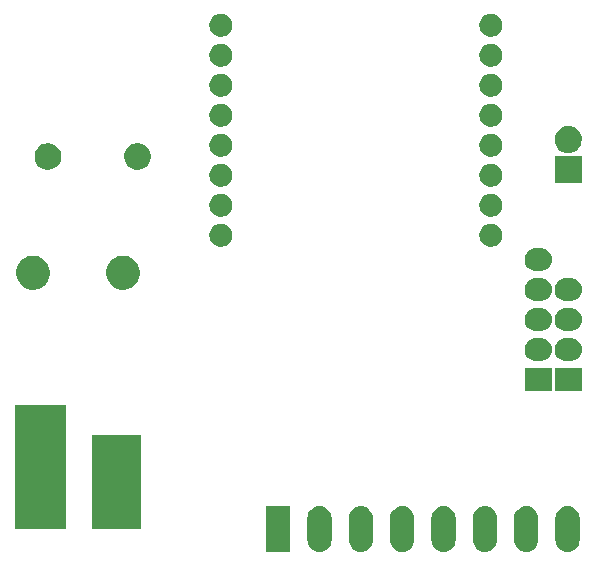
<source format=gbs>
G04 #@! TF.FileFunction,Soldermask,Bot*
%FSLAX46Y46*%
G04 Gerber Fmt 4.6, Leading zero omitted, Abs format (unit mm)*
G04 Created by KiCad (PCBNEW 4.0.7-e2-6376~60~ubuntu17.10.1) date Wed Apr  4 01:09:11 2018*
%MOMM*%
%LPD*%
G01*
G04 APERTURE LIST*
%ADD10C,0.100000*%
G04 APERTURE END LIST*
D10*
G36*
X94107062Y-99631693D02*
X94107067Y-99631694D01*
X94107110Y-99631699D01*
X94299141Y-99691143D01*
X94475969Y-99786753D01*
X94630858Y-99914889D01*
X94757909Y-100070669D01*
X94852282Y-100248160D01*
X94910384Y-100440601D01*
X94930000Y-100640662D01*
X94930000Y-102459338D01*
X94929900Y-102473719D01*
X94907492Y-102673487D01*
X94846709Y-102865098D01*
X94749867Y-103041254D01*
X94620653Y-103195245D01*
X94463990Y-103321205D01*
X94285845Y-103414337D01*
X94093003Y-103471094D01*
X94092969Y-103471097D01*
X94092956Y-103471101D01*
X93892812Y-103489316D01*
X93692938Y-103468307D01*
X93692933Y-103468306D01*
X93692890Y-103468301D01*
X93500859Y-103408857D01*
X93324031Y-103313247D01*
X93169142Y-103185111D01*
X93042091Y-103029331D01*
X92947718Y-102851840D01*
X92889616Y-102659399D01*
X92870000Y-102459338D01*
X92870000Y-100640662D01*
X92870100Y-100626281D01*
X92892508Y-100426513D01*
X92953291Y-100234902D01*
X93050133Y-100058746D01*
X93179347Y-99904755D01*
X93336010Y-99778795D01*
X93514155Y-99685663D01*
X93706997Y-99628906D01*
X93707031Y-99628903D01*
X93707044Y-99628899D01*
X93907188Y-99610684D01*
X94107062Y-99631693D01*
X94107062Y-99631693D01*
G37*
G36*
X90607062Y-99631693D02*
X90607067Y-99631694D01*
X90607110Y-99631699D01*
X90799141Y-99691143D01*
X90975969Y-99786753D01*
X91130858Y-99914889D01*
X91257909Y-100070669D01*
X91352282Y-100248160D01*
X91410384Y-100440601D01*
X91430000Y-100640662D01*
X91430000Y-102459338D01*
X91429900Y-102473719D01*
X91407492Y-102673487D01*
X91346709Y-102865098D01*
X91249867Y-103041254D01*
X91120653Y-103195245D01*
X90963990Y-103321205D01*
X90785845Y-103414337D01*
X90593003Y-103471094D01*
X90592969Y-103471097D01*
X90592956Y-103471101D01*
X90392812Y-103489316D01*
X90192938Y-103468307D01*
X90192933Y-103468306D01*
X90192890Y-103468301D01*
X90000859Y-103408857D01*
X89824031Y-103313247D01*
X89669142Y-103185111D01*
X89542091Y-103029331D01*
X89447718Y-102851840D01*
X89389616Y-102659399D01*
X89370000Y-102459338D01*
X89370000Y-100640662D01*
X89370100Y-100626281D01*
X89392508Y-100426513D01*
X89453291Y-100234902D01*
X89550133Y-100058746D01*
X89679347Y-99904755D01*
X89836010Y-99778795D01*
X90014155Y-99685663D01*
X90206997Y-99628906D01*
X90207031Y-99628903D01*
X90207044Y-99628899D01*
X90407188Y-99610684D01*
X90607062Y-99631693D01*
X90607062Y-99631693D01*
G37*
G36*
X87107062Y-99631693D02*
X87107067Y-99631694D01*
X87107110Y-99631699D01*
X87299141Y-99691143D01*
X87475969Y-99786753D01*
X87630858Y-99914889D01*
X87757909Y-100070669D01*
X87852282Y-100248160D01*
X87910384Y-100440601D01*
X87930000Y-100640662D01*
X87930000Y-102459338D01*
X87929900Y-102473719D01*
X87907492Y-102673487D01*
X87846709Y-102865098D01*
X87749867Y-103041254D01*
X87620653Y-103195245D01*
X87463990Y-103321205D01*
X87285845Y-103414337D01*
X87093003Y-103471094D01*
X87092969Y-103471097D01*
X87092956Y-103471101D01*
X86892812Y-103489316D01*
X86692938Y-103468307D01*
X86692933Y-103468306D01*
X86692890Y-103468301D01*
X86500859Y-103408857D01*
X86324031Y-103313247D01*
X86169142Y-103185111D01*
X86042091Y-103029331D01*
X85947718Y-102851840D01*
X85889616Y-102659399D01*
X85870000Y-102459338D01*
X85870000Y-100640662D01*
X85870100Y-100626281D01*
X85892508Y-100426513D01*
X85953291Y-100234902D01*
X86050133Y-100058746D01*
X86179347Y-99904755D01*
X86336010Y-99778795D01*
X86514155Y-99685663D01*
X86706997Y-99628906D01*
X86707031Y-99628903D01*
X86707044Y-99628899D01*
X86907188Y-99610684D01*
X87107062Y-99631693D01*
X87107062Y-99631693D01*
G37*
G36*
X108107062Y-99631693D02*
X108107067Y-99631694D01*
X108107110Y-99631699D01*
X108299141Y-99691143D01*
X108475969Y-99786753D01*
X108630858Y-99914889D01*
X108757909Y-100070669D01*
X108852282Y-100248160D01*
X108910384Y-100440601D01*
X108930000Y-100640662D01*
X108930000Y-102459338D01*
X108929900Y-102473719D01*
X108907492Y-102673487D01*
X108846709Y-102865098D01*
X108749867Y-103041254D01*
X108620653Y-103195245D01*
X108463990Y-103321205D01*
X108285845Y-103414337D01*
X108093003Y-103471094D01*
X108092969Y-103471097D01*
X108092956Y-103471101D01*
X107892812Y-103489316D01*
X107692938Y-103468307D01*
X107692933Y-103468306D01*
X107692890Y-103468301D01*
X107500859Y-103408857D01*
X107324031Y-103313247D01*
X107169142Y-103185111D01*
X107042091Y-103029331D01*
X106947718Y-102851840D01*
X106889616Y-102659399D01*
X106870000Y-102459338D01*
X106870000Y-100640662D01*
X106870100Y-100626281D01*
X106892508Y-100426513D01*
X106953291Y-100234902D01*
X107050133Y-100058746D01*
X107179347Y-99904755D01*
X107336010Y-99778795D01*
X107514155Y-99685663D01*
X107706997Y-99628906D01*
X107707031Y-99628903D01*
X107707044Y-99628899D01*
X107907188Y-99610684D01*
X108107062Y-99631693D01*
X108107062Y-99631693D01*
G37*
G36*
X101107062Y-99631693D02*
X101107067Y-99631694D01*
X101107110Y-99631699D01*
X101299141Y-99691143D01*
X101475969Y-99786753D01*
X101630858Y-99914889D01*
X101757909Y-100070669D01*
X101852282Y-100248160D01*
X101910384Y-100440601D01*
X101930000Y-100640662D01*
X101930000Y-102459338D01*
X101929900Y-102473719D01*
X101907492Y-102673487D01*
X101846709Y-102865098D01*
X101749867Y-103041254D01*
X101620653Y-103195245D01*
X101463990Y-103321205D01*
X101285845Y-103414337D01*
X101093003Y-103471094D01*
X101092969Y-103471097D01*
X101092956Y-103471101D01*
X100892812Y-103489316D01*
X100692938Y-103468307D01*
X100692933Y-103468306D01*
X100692890Y-103468301D01*
X100500859Y-103408857D01*
X100324031Y-103313247D01*
X100169142Y-103185111D01*
X100042091Y-103029331D01*
X99947718Y-102851840D01*
X99889616Y-102659399D01*
X99870000Y-102459338D01*
X99870000Y-100640662D01*
X99870100Y-100626281D01*
X99892508Y-100426513D01*
X99953291Y-100234902D01*
X100050133Y-100058746D01*
X100179347Y-99904755D01*
X100336010Y-99778795D01*
X100514155Y-99685663D01*
X100706997Y-99628906D01*
X100707031Y-99628903D01*
X100707044Y-99628899D01*
X100907188Y-99610684D01*
X101107062Y-99631693D01*
X101107062Y-99631693D01*
G37*
G36*
X97607062Y-99631693D02*
X97607067Y-99631694D01*
X97607110Y-99631699D01*
X97799141Y-99691143D01*
X97975969Y-99786753D01*
X98130858Y-99914889D01*
X98257909Y-100070669D01*
X98352282Y-100248160D01*
X98410384Y-100440601D01*
X98430000Y-100640662D01*
X98430000Y-102459338D01*
X98429900Y-102473719D01*
X98407492Y-102673487D01*
X98346709Y-102865098D01*
X98249867Y-103041254D01*
X98120653Y-103195245D01*
X97963990Y-103321205D01*
X97785845Y-103414337D01*
X97593003Y-103471094D01*
X97592969Y-103471097D01*
X97592956Y-103471101D01*
X97392812Y-103489316D01*
X97192938Y-103468307D01*
X97192933Y-103468306D01*
X97192890Y-103468301D01*
X97000859Y-103408857D01*
X96824031Y-103313247D01*
X96669142Y-103185111D01*
X96542091Y-103029331D01*
X96447718Y-102851840D01*
X96389616Y-102659399D01*
X96370000Y-102459338D01*
X96370000Y-100640662D01*
X96370100Y-100626281D01*
X96392508Y-100426513D01*
X96453291Y-100234902D01*
X96550133Y-100058746D01*
X96679347Y-99904755D01*
X96836010Y-99778795D01*
X97014155Y-99685663D01*
X97206997Y-99628906D01*
X97207031Y-99628903D01*
X97207044Y-99628899D01*
X97407188Y-99610684D01*
X97607062Y-99631693D01*
X97607062Y-99631693D01*
G37*
G36*
X104607062Y-99631693D02*
X104607067Y-99631694D01*
X104607110Y-99631699D01*
X104799141Y-99691143D01*
X104975969Y-99786753D01*
X105130858Y-99914889D01*
X105257909Y-100070669D01*
X105352282Y-100248160D01*
X105410384Y-100440601D01*
X105430000Y-100640662D01*
X105430000Y-102459338D01*
X105429900Y-102473719D01*
X105407492Y-102673487D01*
X105346709Y-102865098D01*
X105249867Y-103041254D01*
X105120653Y-103195245D01*
X104963990Y-103321205D01*
X104785845Y-103414337D01*
X104593003Y-103471094D01*
X104592969Y-103471097D01*
X104592956Y-103471101D01*
X104392812Y-103489316D01*
X104192938Y-103468307D01*
X104192933Y-103468306D01*
X104192890Y-103468301D01*
X104000859Y-103408857D01*
X103824031Y-103313247D01*
X103669142Y-103185111D01*
X103542091Y-103029331D01*
X103447718Y-102851840D01*
X103389616Y-102659399D01*
X103370000Y-102459338D01*
X103370000Y-100640662D01*
X103370100Y-100626281D01*
X103392508Y-100426513D01*
X103453291Y-100234902D01*
X103550133Y-100058746D01*
X103679347Y-99904755D01*
X103836010Y-99778795D01*
X104014155Y-99685663D01*
X104206997Y-99628906D01*
X104207031Y-99628903D01*
X104207044Y-99628899D01*
X104407188Y-99610684D01*
X104607062Y-99631693D01*
X104607062Y-99631693D01*
G37*
G36*
X84430000Y-103480000D02*
X82370000Y-103480000D01*
X82370000Y-99620000D01*
X84430000Y-99620000D01*
X84430000Y-103480000D01*
X84430000Y-103480000D01*
G37*
G36*
X71800000Y-101550000D02*
X67650000Y-101550000D01*
X67650000Y-93550000D01*
X71800000Y-93550000D01*
X71800000Y-101550000D01*
X71800000Y-101550000D01*
G37*
G36*
X65450000Y-101550000D02*
X61100000Y-101550000D01*
X61100000Y-91050000D01*
X65450000Y-91050000D01*
X65450000Y-101550000D01*
X65450000Y-101550000D01*
G37*
G36*
X106556000Y-89893600D02*
X104264000Y-89893600D01*
X104264000Y-87906400D01*
X106556000Y-87906400D01*
X106556000Y-89893600D01*
X106556000Y-89893600D01*
G37*
G36*
X109096000Y-89893600D02*
X106804000Y-89893600D01*
X106804000Y-87906400D01*
X109096000Y-87906400D01*
X109096000Y-89893600D01*
X109096000Y-89893600D01*
G37*
G36*
X108115403Y-85366452D02*
X108121818Y-85366497D01*
X108314526Y-85388113D01*
X108499366Y-85446747D01*
X108669296Y-85540167D01*
X108817845Y-85664815D01*
X108939354Y-85815941D01*
X109029195Y-85987791D01*
X109083946Y-86173818D01*
X109083949Y-86173852D01*
X109083953Y-86173865D01*
X109101524Y-86366935D01*
X109081259Y-86559741D01*
X109081255Y-86559754D01*
X109081251Y-86559791D01*
X109023908Y-86745035D01*
X108931677Y-86915614D01*
X108808070Y-87065029D01*
X108657795Y-87187591D01*
X108486577Y-87278629D01*
X108300936Y-87334677D01*
X108107945Y-87353600D01*
X107792020Y-87353600D01*
X107784597Y-87353548D01*
X107778182Y-87353503D01*
X107585474Y-87331887D01*
X107400634Y-87273253D01*
X107230704Y-87179833D01*
X107082155Y-87055185D01*
X106960646Y-86904059D01*
X106870805Y-86732209D01*
X106816054Y-86546182D01*
X106816051Y-86546148D01*
X106816047Y-86546135D01*
X106798476Y-86353065D01*
X106818741Y-86160259D01*
X106818745Y-86160246D01*
X106818749Y-86160209D01*
X106876092Y-85974965D01*
X106968323Y-85804386D01*
X107091930Y-85654971D01*
X107242205Y-85532409D01*
X107413423Y-85441371D01*
X107599064Y-85385323D01*
X107792055Y-85366400D01*
X108107980Y-85366400D01*
X108115403Y-85366452D01*
X108115403Y-85366452D01*
G37*
G36*
X105575403Y-85366452D02*
X105581818Y-85366497D01*
X105774526Y-85388113D01*
X105959366Y-85446747D01*
X106129296Y-85540167D01*
X106277845Y-85664815D01*
X106399354Y-85815941D01*
X106489195Y-85987791D01*
X106543946Y-86173818D01*
X106543949Y-86173852D01*
X106543953Y-86173865D01*
X106561524Y-86366935D01*
X106541259Y-86559741D01*
X106541255Y-86559754D01*
X106541251Y-86559791D01*
X106483908Y-86745035D01*
X106391677Y-86915614D01*
X106268070Y-87065029D01*
X106117795Y-87187591D01*
X105946577Y-87278629D01*
X105760936Y-87334677D01*
X105567945Y-87353600D01*
X105252020Y-87353600D01*
X105244597Y-87353548D01*
X105238182Y-87353503D01*
X105045474Y-87331887D01*
X104860634Y-87273253D01*
X104690704Y-87179833D01*
X104542155Y-87055185D01*
X104420646Y-86904059D01*
X104330805Y-86732209D01*
X104276054Y-86546182D01*
X104276051Y-86546148D01*
X104276047Y-86546135D01*
X104258476Y-86353065D01*
X104278741Y-86160259D01*
X104278745Y-86160246D01*
X104278749Y-86160209D01*
X104336092Y-85974965D01*
X104428323Y-85804386D01*
X104551930Y-85654971D01*
X104702205Y-85532409D01*
X104873423Y-85441371D01*
X105059064Y-85385323D01*
X105252055Y-85366400D01*
X105567980Y-85366400D01*
X105575403Y-85366452D01*
X105575403Y-85366452D01*
G37*
G36*
X105575403Y-82826452D02*
X105581818Y-82826497D01*
X105774526Y-82848113D01*
X105959366Y-82906747D01*
X106129296Y-83000167D01*
X106277845Y-83124815D01*
X106399354Y-83275941D01*
X106489195Y-83447791D01*
X106543946Y-83633818D01*
X106543949Y-83633852D01*
X106543953Y-83633865D01*
X106561524Y-83826935D01*
X106541259Y-84019741D01*
X106541255Y-84019754D01*
X106541251Y-84019791D01*
X106483908Y-84205035D01*
X106391677Y-84375614D01*
X106268070Y-84525029D01*
X106117795Y-84647591D01*
X105946577Y-84738629D01*
X105760936Y-84794677D01*
X105567945Y-84813600D01*
X105252020Y-84813600D01*
X105244597Y-84813548D01*
X105238182Y-84813503D01*
X105045474Y-84791887D01*
X104860634Y-84733253D01*
X104690704Y-84639833D01*
X104542155Y-84515185D01*
X104420646Y-84364059D01*
X104330805Y-84192209D01*
X104276054Y-84006182D01*
X104276051Y-84006148D01*
X104276047Y-84006135D01*
X104258476Y-83813065D01*
X104278741Y-83620259D01*
X104278745Y-83620246D01*
X104278749Y-83620209D01*
X104336092Y-83434965D01*
X104428323Y-83264386D01*
X104551930Y-83114971D01*
X104702205Y-82992409D01*
X104873423Y-82901371D01*
X105059064Y-82845323D01*
X105252055Y-82826400D01*
X105567980Y-82826400D01*
X105575403Y-82826452D01*
X105575403Y-82826452D01*
G37*
G36*
X108115403Y-82826452D02*
X108121818Y-82826497D01*
X108314526Y-82848113D01*
X108499366Y-82906747D01*
X108669296Y-83000167D01*
X108817845Y-83124815D01*
X108939354Y-83275941D01*
X109029195Y-83447791D01*
X109083946Y-83633818D01*
X109083949Y-83633852D01*
X109083953Y-83633865D01*
X109101524Y-83826935D01*
X109081259Y-84019741D01*
X109081255Y-84019754D01*
X109081251Y-84019791D01*
X109023908Y-84205035D01*
X108931677Y-84375614D01*
X108808070Y-84525029D01*
X108657795Y-84647591D01*
X108486577Y-84738629D01*
X108300936Y-84794677D01*
X108107945Y-84813600D01*
X107792020Y-84813600D01*
X107784597Y-84813548D01*
X107778182Y-84813503D01*
X107585474Y-84791887D01*
X107400634Y-84733253D01*
X107230704Y-84639833D01*
X107082155Y-84515185D01*
X106960646Y-84364059D01*
X106870805Y-84192209D01*
X106816054Y-84006182D01*
X106816051Y-84006148D01*
X106816047Y-84006135D01*
X106798476Y-83813065D01*
X106818741Y-83620259D01*
X106818745Y-83620246D01*
X106818749Y-83620209D01*
X106876092Y-83434965D01*
X106968323Y-83264386D01*
X107091930Y-83114971D01*
X107242205Y-82992409D01*
X107413423Y-82901371D01*
X107599064Y-82845323D01*
X107792055Y-82826400D01*
X108107980Y-82826400D01*
X108115403Y-82826452D01*
X108115403Y-82826452D01*
G37*
G36*
X105575403Y-80286452D02*
X105581818Y-80286497D01*
X105774526Y-80308113D01*
X105959366Y-80366747D01*
X106129296Y-80460167D01*
X106277845Y-80584815D01*
X106399354Y-80735941D01*
X106489195Y-80907791D01*
X106543946Y-81093818D01*
X106543949Y-81093852D01*
X106543953Y-81093865D01*
X106561524Y-81286935D01*
X106541259Y-81479741D01*
X106541255Y-81479754D01*
X106541251Y-81479791D01*
X106483908Y-81665035D01*
X106391677Y-81835614D01*
X106268070Y-81985029D01*
X106117795Y-82107591D01*
X105946577Y-82198629D01*
X105760936Y-82254677D01*
X105567945Y-82273600D01*
X105252020Y-82273600D01*
X105244597Y-82273548D01*
X105238182Y-82273503D01*
X105045474Y-82251887D01*
X104860634Y-82193253D01*
X104690704Y-82099833D01*
X104542155Y-81975185D01*
X104420646Y-81824059D01*
X104330805Y-81652209D01*
X104276054Y-81466182D01*
X104276051Y-81466148D01*
X104276047Y-81466135D01*
X104258476Y-81273065D01*
X104278741Y-81080259D01*
X104278745Y-81080246D01*
X104278749Y-81080209D01*
X104336092Y-80894965D01*
X104428323Y-80724386D01*
X104551930Y-80574971D01*
X104702205Y-80452409D01*
X104873423Y-80361371D01*
X105059064Y-80305323D01*
X105252055Y-80286400D01*
X105567980Y-80286400D01*
X105575403Y-80286452D01*
X105575403Y-80286452D01*
G37*
G36*
X108115403Y-80286452D02*
X108121818Y-80286497D01*
X108314526Y-80308113D01*
X108499366Y-80366747D01*
X108669296Y-80460167D01*
X108817845Y-80584815D01*
X108939354Y-80735941D01*
X109029195Y-80907791D01*
X109083946Y-81093818D01*
X109083949Y-81093852D01*
X109083953Y-81093865D01*
X109101524Y-81286935D01*
X109081259Y-81479741D01*
X109081255Y-81479754D01*
X109081251Y-81479791D01*
X109023908Y-81665035D01*
X108931677Y-81835614D01*
X108808070Y-81985029D01*
X108657795Y-82107591D01*
X108486577Y-82198629D01*
X108300936Y-82254677D01*
X108107945Y-82273600D01*
X107792020Y-82273600D01*
X107784597Y-82273548D01*
X107778182Y-82273503D01*
X107585474Y-82251887D01*
X107400634Y-82193253D01*
X107230704Y-82099833D01*
X107082155Y-81975185D01*
X106960646Y-81824059D01*
X106870805Y-81652209D01*
X106816054Y-81466182D01*
X106816051Y-81466148D01*
X106816047Y-81466135D01*
X106798476Y-81273065D01*
X106818741Y-81080259D01*
X106818745Y-81080246D01*
X106818749Y-81080209D01*
X106876092Y-80894965D01*
X106968323Y-80724386D01*
X107091930Y-80574971D01*
X107242205Y-80452409D01*
X107413423Y-80361371D01*
X107599064Y-80305323D01*
X107792055Y-80286400D01*
X108107980Y-80286400D01*
X108115403Y-80286452D01*
X108115403Y-80286452D01*
G37*
G36*
X70400199Y-78420951D02*
X70674910Y-78477341D01*
X70933433Y-78586014D01*
X71165927Y-78742833D01*
X71363535Y-78941826D01*
X71518727Y-79175407D01*
X71625592Y-79434682D01*
X71679995Y-79709438D01*
X71679995Y-79709447D01*
X71680061Y-79709781D01*
X71675588Y-80030094D01*
X71675512Y-80030428D01*
X71675512Y-80030440D01*
X71613461Y-80303561D01*
X71499396Y-80559755D01*
X71337744Y-80788913D01*
X71134654Y-80982312D01*
X70897876Y-81132575D01*
X70636416Y-81233990D01*
X70360242Y-81282686D01*
X70079865Y-81276814D01*
X69805963Y-81216592D01*
X69548984Y-81104321D01*
X69318703Y-80944271D01*
X69123893Y-80742539D01*
X68971980Y-80506816D01*
X68868743Y-80246071D01*
X68818118Y-79970235D01*
X68822034Y-79689827D01*
X68880339Y-79415520D01*
X68990817Y-79157758D01*
X69149255Y-78926365D01*
X69349621Y-78730151D01*
X69584280Y-78576595D01*
X69844298Y-78471541D01*
X70119765Y-78418993D01*
X70400199Y-78420951D01*
X70400199Y-78420951D01*
G37*
G36*
X62800199Y-78420951D02*
X63074910Y-78477341D01*
X63333433Y-78586014D01*
X63565927Y-78742833D01*
X63763535Y-78941826D01*
X63918727Y-79175407D01*
X64025592Y-79434682D01*
X64079995Y-79709438D01*
X64079995Y-79709447D01*
X64080061Y-79709781D01*
X64075588Y-80030094D01*
X64075512Y-80030428D01*
X64075512Y-80030440D01*
X64013461Y-80303561D01*
X63899396Y-80559755D01*
X63737744Y-80788913D01*
X63534654Y-80982312D01*
X63297876Y-81132575D01*
X63036416Y-81233990D01*
X62760242Y-81282686D01*
X62479865Y-81276814D01*
X62205963Y-81216592D01*
X61948984Y-81104321D01*
X61718703Y-80944271D01*
X61523893Y-80742539D01*
X61371980Y-80506816D01*
X61268743Y-80246071D01*
X61218118Y-79970235D01*
X61222034Y-79689827D01*
X61280339Y-79415520D01*
X61390817Y-79157758D01*
X61549255Y-78926365D01*
X61749621Y-78730151D01*
X61984280Y-78576595D01*
X62244298Y-78471541D01*
X62519765Y-78418993D01*
X62800199Y-78420951D01*
X62800199Y-78420951D01*
G37*
G36*
X105575403Y-77746452D02*
X105581818Y-77746497D01*
X105774526Y-77768113D01*
X105959366Y-77826747D01*
X106129296Y-77920167D01*
X106277845Y-78044815D01*
X106399354Y-78195941D01*
X106489195Y-78367791D01*
X106543946Y-78553818D01*
X106543949Y-78553852D01*
X106543953Y-78553865D01*
X106561524Y-78746935D01*
X106541259Y-78939741D01*
X106541255Y-78939754D01*
X106541251Y-78939791D01*
X106483908Y-79125035D01*
X106391677Y-79295614D01*
X106268070Y-79445029D01*
X106117795Y-79567591D01*
X105946577Y-79658629D01*
X105760936Y-79714677D01*
X105567945Y-79733600D01*
X105252020Y-79733600D01*
X105244597Y-79733548D01*
X105238182Y-79733503D01*
X105045474Y-79711887D01*
X104860634Y-79653253D01*
X104690704Y-79559833D01*
X104542155Y-79435185D01*
X104420646Y-79284059D01*
X104330805Y-79112209D01*
X104276054Y-78926182D01*
X104276051Y-78926148D01*
X104276047Y-78926135D01*
X104258476Y-78733065D01*
X104278741Y-78540259D01*
X104278745Y-78540246D01*
X104278749Y-78540209D01*
X104336092Y-78354965D01*
X104428323Y-78184386D01*
X104551930Y-78034971D01*
X104702205Y-77912409D01*
X104873423Y-77821371D01*
X105059064Y-77765323D01*
X105252055Y-77746400D01*
X105567980Y-77746400D01*
X105575403Y-77746452D01*
X105575403Y-77746452D01*
G37*
G36*
X101502933Y-75690651D02*
X101691198Y-75729296D01*
X101868369Y-75803772D01*
X102027697Y-75911239D01*
X102163123Y-76047615D01*
X102269480Y-76207693D01*
X102342713Y-76385374D01*
X102379976Y-76573562D01*
X102379976Y-76573572D01*
X102380042Y-76573906D01*
X102376977Y-76793421D01*
X102376901Y-76793755D01*
X102376901Y-76793766D01*
X102334400Y-76980833D01*
X102256230Y-77156406D01*
X102145448Y-77313451D01*
X102006266Y-77445992D01*
X101844000Y-77548968D01*
X101664817Y-77618470D01*
X101475551Y-77651842D01*
X101283405Y-77647817D01*
X101095695Y-77606546D01*
X100919585Y-77529606D01*
X100761765Y-77419918D01*
X100628261Y-77281670D01*
X100524153Y-77120127D01*
X100453404Y-76941434D01*
X100418709Y-76752398D01*
X100421393Y-76560230D01*
X100461350Y-76372245D01*
X100537063Y-76195596D01*
X100645642Y-76037019D01*
X100782957Y-75902550D01*
X100943772Y-75797315D01*
X101121966Y-75725320D01*
X101310747Y-75689309D01*
X101502933Y-75690651D01*
X101502933Y-75690651D01*
G37*
G36*
X78642933Y-75690651D02*
X78831198Y-75729296D01*
X79008369Y-75803772D01*
X79167697Y-75911239D01*
X79303123Y-76047615D01*
X79409480Y-76207693D01*
X79482713Y-76385374D01*
X79519976Y-76573562D01*
X79519976Y-76573572D01*
X79520042Y-76573906D01*
X79516977Y-76793421D01*
X79516901Y-76793755D01*
X79516901Y-76793766D01*
X79474400Y-76980833D01*
X79396230Y-77156406D01*
X79285448Y-77313451D01*
X79146266Y-77445992D01*
X78984000Y-77548968D01*
X78804817Y-77618470D01*
X78615551Y-77651842D01*
X78423405Y-77647817D01*
X78235695Y-77606546D01*
X78059585Y-77529606D01*
X77901765Y-77419918D01*
X77768261Y-77281670D01*
X77664153Y-77120127D01*
X77593404Y-76941434D01*
X77558709Y-76752398D01*
X77561393Y-76560230D01*
X77601350Y-76372245D01*
X77677063Y-76195596D01*
X77785642Y-76037019D01*
X77922957Y-75902550D01*
X78083772Y-75797315D01*
X78261966Y-75725320D01*
X78450747Y-75689309D01*
X78642933Y-75690651D01*
X78642933Y-75690651D01*
G37*
G36*
X78642933Y-73150651D02*
X78831198Y-73189296D01*
X79008369Y-73263772D01*
X79167697Y-73371239D01*
X79303123Y-73507615D01*
X79409480Y-73667693D01*
X79482713Y-73845374D01*
X79519976Y-74033562D01*
X79519976Y-74033572D01*
X79520042Y-74033906D01*
X79516977Y-74253421D01*
X79516901Y-74253755D01*
X79516901Y-74253766D01*
X79474400Y-74440833D01*
X79396230Y-74616406D01*
X79285448Y-74773451D01*
X79146266Y-74905992D01*
X78984000Y-75008968D01*
X78804817Y-75078470D01*
X78615551Y-75111842D01*
X78423405Y-75107817D01*
X78235695Y-75066546D01*
X78059585Y-74989606D01*
X77901765Y-74879918D01*
X77768261Y-74741670D01*
X77664153Y-74580127D01*
X77593404Y-74401434D01*
X77558709Y-74212398D01*
X77561393Y-74020230D01*
X77601350Y-73832245D01*
X77677063Y-73655596D01*
X77785642Y-73497019D01*
X77922957Y-73362550D01*
X78083772Y-73257315D01*
X78261966Y-73185320D01*
X78450747Y-73149309D01*
X78642933Y-73150651D01*
X78642933Y-73150651D01*
G37*
G36*
X101502933Y-73150651D02*
X101691198Y-73189296D01*
X101868369Y-73263772D01*
X102027697Y-73371239D01*
X102163123Y-73507615D01*
X102269480Y-73667693D01*
X102342713Y-73845374D01*
X102379976Y-74033562D01*
X102379976Y-74033572D01*
X102380042Y-74033906D01*
X102376977Y-74253421D01*
X102376901Y-74253755D01*
X102376901Y-74253766D01*
X102334400Y-74440833D01*
X102256230Y-74616406D01*
X102145448Y-74773451D01*
X102006266Y-74905992D01*
X101844000Y-75008968D01*
X101664817Y-75078470D01*
X101475551Y-75111842D01*
X101283405Y-75107817D01*
X101095695Y-75066546D01*
X100919585Y-74989606D01*
X100761765Y-74879918D01*
X100628261Y-74741670D01*
X100524153Y-74580127D01*
X100453404Y-74401434D01*
X100418709Y-74212398D01*
X100421393Y-74020230D01*
X100461350Y-73832245D01*
X100537063Y-73655596D01*
X100645642Y-73497019D01*
X100782957Y-73362550D01*
X100943772Y-73257315D01*
X101121966Y-73185320D01*
X101310747Y-73149309D01*
X101502933Y-73150651D01*
X101502933Y-73150651D01*
G37*
G36*
X101502933Y-70610651D02*
X101691198Y-70649296D01*
X101868369Y-70723772D01*
X102027697Y-70831239D01*
X102163123Y-70967615D01*
X102269480Y-71127693D01*
X102342713Y-71305374D01*
X102379976Y-71493562D01*
X102379976Y-71493572D01*
X102380042Y-71493906D01*
X102376977Y-71713421D01*
X102376901Y-71713755D01*
X102376901Y-71713766D01*
X102334400Y-71900833D01*
X102256230Y-72076406D01*
X102145448Y-72233451D01*
X102006266Y-72365992D01*
X101844000Y-72468968D01*
X101664817Y-72538470D01*
X101475551Y-72571842D01*
X101283405Y-72567817D01*
X101095695Y-72526546D01*
X100919585Y-72449606D01*
X100761765Y-72339918D01*
X100628261Y-72201670D01*
X100524153Y-72040127D01*
X100453404Y-71861434D01*
X100418709Y-71672398D01*
X100421393Y-71480230D01*
X100461350Y-71292245D01*
X100537063Y-71115596D01*
X100645642Y-70957019D01*
X100782957Y-70822550D01*
X100943772Y-70717315D01*
X101121966Y-70645320D01*
X101310747Y-70609309D01*
X101502933Y-70610651D01*
X101502933Y-70610651D01*
G37*
G36*
X78642933Y-70610651D02*
X78831198Y-70649296D01*
X79008369Y-70723772D01*
X79167697Y-70831239D01*
X79303123Y-70967615D01*
X79409480Y-71127693D01*
X79482713Y-71305374D01*
X79519976Y-71493562D01*
X79519976Y-71493572D01*
X79520042Y-71493906D01*
X79516977Y-71713421D01*
X79516901Y-71713755D01*
X79516901Y-71713766D01*
X79474400Y-71900833D01*
X79396230Y-72076406D01*
X79285448Y-72233451D01*
X79146266Y-72365992D01*
X78984000Y-72468968D01*
X78804817Y-72538470D01*
X78615551Y-72571842D01*
X78423405Y-72567817D01*
X78235695Y-72526546D01*
X78059585Y-72449606D01*
X77901765Y-72339918D01*
X77768261Y-72201670D01*
X77664153Y-72040127D01*
X77593404Y-71861434D01*
X77558709Y-71672398D01*
X77561393Y-71480230D01*
X77601350Y-71292245D01*
X77677063Y-71115596D01*
X77785642Y-70957019D01*
X77922957Y-70822550D01*
X78083772Y-70717315D01*
X78261966Y-70645320D01*
X78450747Y-70609309D01*
X78642933Y-70610651D01*
X78642933Y-70610651D01*
G37*
G36*
X109096000Y-72266000D02*
X106804000Y-72266000D01*
X106804000Y-69974000D01*
X109096000Y-69974000D01*
X109096000Y-72266000D01*
X109096000Y-72266000D01*
G37*
G36*
X71618688Y-68870750D02*
X71835769Y-68915311D01*
X72040055Y-69001185D01*
X72223775Y-69125105D01*
X72379927Y-69282352D01*
X72502563Y-69466932D01*
X72587006Y-69671809D01*
X72629983Y-69888854D01*
X72629983Y-69888864D01*
X72630049Y-69889198D01*
X72626514Y-70142312D01*
X72626438Y-70142646D01*
X72626438Y-70142658D01*
X72577422Y-70358408D01*
X72487286Y-70560856D01*
X72359547Y-70741938D01*
X72199062Y-70894765D01*
X72011959Y-71013504D01*
X71805350Y-71093643D01*
X71587115Y-71132123D01*
X71365558Y-71127483D01*
X71149118Y-71079895D01*
X70946052Y-70991178D01*
X70764077Y-70864702D01*
X70610140Y-70705295D01*
X70490094Y-70519022D01*
X70408516Y-70312980D01*
X70368511Y-70095011D01*
X70371606Y-69873429D01*
X70417679Y-69656670D01*
X70504980Y-69452983D01*
X70630179Y-69270134D01*
X70788512Y-69115083D01*
X70973941Y-68993742D01*
X71179410Y-68910727D01*
X71397086Y-68869203D01*
X71618688Y-68870750D01*
X71618688Y-68870750D01*
G37*
G36*
X64019008Y-68870750D02*
X64236089Y-68915311D01*
X64440375Y-69001185D01*
X64624095Y-69125105D01*
X64780247Y-69282352D01*
X64902883Y-69466932D01*
X64987326Y-69671809D01*
X65030303Y-69888854D01*
X65030303Y-69888864D01*
X65030369Y-69889198D01*
X65026834Y-70142312D01*
X65026758Y-70142646D01*
X65026758Y-70142658D01*
X64977742Y-70358408D01*
X64887606Y-70560856D01*
X64759867Y-70741938D01*
X64599382Y-70894765D01*
X64412279Y-71013504D01*
X64205670Y-71093643D01*
X63987435Y-71132123D01*
X63765878Y-71127483D01*
X63549438Y-71079895D01*
X63346372Y-70991178D01*
X63164397Y-70864702D01*
X63010460Y-70705295D01*
X62890414Y-70519022D01*
X62808836Y-70312980D01*
X62768831Y-70095011D01*
X62771926Y-69873429D01*
X62817999Y-69656670D01*
X62905300Y-69452983D01*
X63030499Y-69270134D01*
X63188832Y-69115083D01*
X63374261Y-68993742D01*
X63579730Y-68910727D01*
X63797406Y-68869203D01*
X64019008Y-68870750D01*
X64019008Y-68870750D01*
G37*
G36*
X78642933Y-68070651D02*
X78831198Y-68109296D01*
X79008369Y-68183772D01*
X79167697Y-68291239D01*
X79303123Y-68427615D01*
X79409480Y-68587693D01*
X79482713Y-68765374D01*
X79519976Y-68953562D01*
X79519976Y-68953572D01*
X79520042Y-68953906D01*
X79516977Y-69173421D01*
X79516901Y-69173755D01*
X79516901Y-69173766D01*
X79474400Y-69360833D01*
X79396230Y-69536406D01*
X79285448Y-69693451D01*
X79146266Y-69825992D01*
X78984000Y-69928968D01*
X78804817Y-69998470D01*
X78615551Y-70031842D01*
X78423405Y-70027817D01*
X78235695Y-69986546D01*
X78059585Y-69909606D01*
X77901765Y-69799918D01*
X77768261Y-69661670D01*
X77664153Y-69500127D01*
X77593404Y-69321434D01*
X77558709Y-69132398D01*
X77561393Y-68940230D01*
X77601350Y-68752245D01*
X77677063Y-68575596D01*
X77785642Y-68417019D01*
X77922957Y-68282550D01*
X78083772Y-68177315D01*
X78261966Y-68105320D01*
X78450747Y-68069309D01*
X78642933Y-68070651D01*
X78642933Y-68070651D01*
G37*
G36*
X101502933Y-68070651D02*
X101691198Y-68109296D01*
X101868369Y-68183772D01*
X102027697Y-68291239D01*
X102163123Y-68427615D01*
X102269480Y-68587693D01*
X102342713Y-68765374D01*
X102379976Y-68953562D01*
X102379976Y-68953572D01*
X102380042Y-68953906D01*
X102376977Y-69173421D01*
X102376901Y-69173755D01*
X102376901Y-69173766D01*
X102334400Y-69360833D01*
X102256230Y-69536406D01*
X102145448Y-69693451D01*
X102006266Y-69825992D01*
X101844000Y-69928968D01*
X101664817Y-69998470D01*
X101475551Y-70031842D01*
X101283405Y-70027817D01*
X101095695Y-69986546D01*
X100919585Y-69909606D01*
X100761765Y-69799918D01*
X100628261Y-69661670D01*
X100524153Y-69500127D01*
X100453404Y-69321434D01*
X100418709Y-69132398D01*
X100421393Y-68940230D01*
X100461350Y-68752245D01*
X100537063Y-68575596D01*
X100645642Y-68417019D01*
X100782957Y-68282550D01*
X100943772Y-68177315D01*
X101121966Y-68105320D01*
X101310747Y-68069309D01*
X101502933Y-68070651D01*
X101502933Y-68070651D01*
G37*
G36*
X107963868Y-67434058D02*
X107971546Y-67434112D01*
X108193812Y-67459043D01*
X108407002Y-67526671D01*
X108602997Y-67634420D01*
X108774331Y-67778186D01*
X108914477Y-67952493D01*
X109018098Y-68150701D01*
X109081246Y-68365261D01*
X109081249Y-68365295D01*
X109081253Y-68365308D01*
X109101520Y-68587999D01*
X109078146Y-68810386D01*
X109078142Y-68810400D01*
X109078138Y-68810435D01*
X109012000Y-69024093D01*
X108905622Y-69220835D01*
X108763056Y-69393168D01*
X108589732Y-69534528D01*
X108392252Y-69639530D01*
X108178138Y-69704175D01*
X107955545Y-69726000D01*
X107944420Y-69726000D01*
X107936132Y-69725942D01*
X107928454Y-69725888D01*
X107706188Y-69700957D01*
X107492998Y-69633329D01*
X107297003Y-69525580D01*
X107125669Y-69381814D01*
X106985523Y-69207507D01*
X106881902Y-69009299D01*
X106818754Y-68794739D01*
X106818751Y-68794705D01*
X106818747Y-68794692D01*
X106798480Y-68572001D01*
X106821854Y-68349614D01*
X106821858Y-68349600D01*
X106821862Y-68349565D01*
X106888000Y-68135907D01*
X106994378Y-67939165D01*
X107136944Y-67766832D01*
X107310268Y-67625472D01*
X107507748Y-67520470D01*
X107721862Y-67455825D01*
X107944455Y-67434000D01*
X107955580Y-67434000D01*
X107963868Y-67434058D01*
X107963868Y-67434058D01*
G37*
G36*
X101502933Y-65530651D02*
X101691198Y-65569296D01*
X101868369Y-65643772D01*
X102027697Y-65751239D01*
X102163123Y-65887615D01*
X102269480Y-66047693D01*
X102342713Y-66225374D01*
X102379976Y-66413562D01*
X102379976Y-66413572D01*
X102380042Y-66413906D01*
X102376977Y-66633421D01*
X102376901Y-66633755D01*
X102376901Y-66633766D01*
X102334400Y-66820833D01*
X102256230Y-66996406D01*
X102145448Y-67153451D01*
X102006266Y-67285992D01*
X101844000Y-67388968D01*
X101664817Y-67458470D01*
X101475551Y-67491842D01*
X101283405Y-67487817D01*
X101095695Y-67446546D01*
X100919585Y-67369606D01*
X100761765Y-67259918D01*
X100628261Y-67121670D01*
X100524153Y-66960127D01*
X100453404Y-66781434D01*
X100418709Y-66592398D01*
X100421393Y-66400230D01*
X100461350Y-66212245D01*
X100537063Y-66035596D01*
X100645642Y-65877019D01*
X100782957Y-65742550D01*
X100943772Y-65637315D01*
X101121966Y-65565320D01*
X101310747Y-65529309D01*
X101502933Y-65530651D01*
X101502933Y-65530651D01*
G37*
G36*
X78642933Y-65530651D02*
X78831198Y-65569296D01*
X79008369Y-65643772D01*
X79167697Y-65751239D01*
X79303123Y-65887615D01*
X79409480Y-66047693D01*
X79482713Y-66225374D01*
X79519976Y-66413562D01*
X79519976Y-66413572D01*
X79520042Y-66413906D01*
X79516977Y-66633421D01*
X79516901Y-66633755D01*
X79516901Y-66633766D01*
X79474400Y-66820833D01*
X79396230Y-66996406D01*
X79285448Y-67153451D01*
X79146266Y-67285992D01*
X78984000Y-67388968D01*
X78804817Y-67458470D01*
X78615551Y-67491842D01*
X78423405Y-67487817D01*
X78235695Y-67446546D01*
X78059585Y-67369606D01*
X77901765Y-67259918D01*
X77768261Y-67121670D01*
X77664153Y-66960127D01*
X77593404Y-66781434D01*
X77558709Y-66592398D01*
X77561393Y-66400230D01*
X77601350Y-66212245D01*
X77677063Y-66035596D01*
X77785642Y-65877019D01*
X77922957Y-65742550D01*
X78083772Y-65637315D01*
X78261966Y-65565320D01*
X78450747Y-65529309D01*
X78642933Y-65530651D01*
X78642933Y-65530651D01*
G37*
G36*
X78642933Y-62990651D02*
X78831198Y-63029296D01*
X79008369Y-63103772D01*
X79167697Y-63211239D01*
X79303123Y-63347615D01*
X79409480Y-63507693D01*
X79482713Y-63685374D01*
X79519976Y-63873562D01*
X79519976Y-63873572D01*
X79520042Y-63873906D01*
X79516977Y-64093421D01*
X79516901Y-64093755D01*
X79516901Y-64093766D01*
X79474400Y-64280833D01*
X79396230Y-64456406D01*
X79285448Y-64613451D01*
X79146266Y-64745992D01*
X78984000Y-64848968D01*
X78804817Y-64918470D01*
X78615551Y-64951842D01*
X78423405Y-64947817D01*
X78235695Y-64906546D01*
X78059585Y-64829606D01*
X77901765Y-64719918D01*
X77768261Y-64581670D01*
X77664153Y-64420127D01*
X77593404Y-64241434D01*
X77558709Y-64052398D01*
X77561393Y-63860230D01*
X77601350Y-63672245D01*
X77677063Y-63495596D01*
X77785642Y-63337019D01*
X77922957Y-63202550D01*
X78083772Y-63097315D01*
X78261966Y-63025320D01*
X78450747Y-62989309D01*
X78642933Y-62990651D01*
X78642933Y-62990651D01*
G37*
G36*
X101502933Y-62990651D02*
X101691198Y-63029296D01*
X101868369Y-63103772D01*
X102027697Y-63211239D01*
X102163123Y-63347615D01*
X102269480Y-63507693D01*
X102342713Y-63685374D01*
X102379976Y-63873562D01*
X102379976Y-63873572D01*
X102380042Y-63873906D01*
X102376977Y-64093421D01*
X102376901Y-64093755D01*
X102376901Y-64093766D01*
X102334400Y-64280833D01*
X102256230Y-64456406D01*
X102145448Y-64613451D01*
X102006266Y-64745992D01*
X101844000Y-64848968D01*
X101664817Y-64918470D01*
X101475551Y-64951842D01*
X101283405Y-64947817D01*
X101095695Y-64906546D01*
X100919585Y-64829606D01*
X100761765Y-64719918D01*
X100628261Y-64581670D01*
X100524153Y-64420127D01*
X100453404Y-64241434D01*
X100418709Y-64052398D01*
X100421393Y-63860230D01*
X100461350Y-63672245D01*
X100537063Y-63495596D01*
X100645642Y-63337019D01*
X100782957Y-63202550D01*
X100943772Y-63097315D01*
X101121966Y-63025320D01*
X101310747Y-62989309D01*
X101502933Y-62990651D01*
X101502933Y-62990651D01*
G37*
G36*
X78642933Y-60450651D02*
X78831198Y-60489296D01*
X79008369Y-60563772D01*
X79167697Y-60671239D01*
X79303123Y-60807615D01*
X79409480Y-60967693D01*
X79482713Y-61145374D01*
X79519976Y-61333562D01*
X79519976Y-61333572D01*
X79520042Y-61333906D01*
X79516977Y-61553421D01*
X79516901Y-61553755D01*
X79516901Y-61553766D01*
X79474400Y-61740833D01*
X79396230Y-61916406D01*
X79285448Y-62073451D01*
X79146266Y-62205992D01*
X78984000Y-62308968D01*
X78804817Y-62378470D01*
X78615551Y-62411842D01*
X78423405Y-62407817D01*
X78235695Y-62366546D01*
X78059585Y-62289606D01*
X77901765Y-62179918D01*
X77768261Y-62041670D01*
X77664153Y-61880127D01*
X77593404Y-61701434D01*
X77558709Y-61512398D01*
X77561393Y-61320230D01*
X77601350Y-61132245D01*
X77677063Y-60955596D01*
X77785642Y-60797019D01*
X77922957Y-60662550D01*
X78083772Y-60557315D01*
X78261966Y-60485320D01*
X78450747Y-60449309D01*
X78642933Y-60450651D01*
X78642933Y-60450651D01*
G37*
G36*
X101502933Y-60450651D02*
X101691198Y-60489296D01*
X101868369Y-60563772D01*
X102027697Y-60671239D01*
X102163123Y-60807615D01*
X102269480Y-60967693D01*
X102342713Y-61145374D01*
X102379976Y-61333562D01*
X102379976Y-61333572D01*
X102380042Y-61333906D01*
X102376977Y-61553421D01*
X102376901Y-61553755D01*
X102376901Y-61553766D01*
X102334400Y-61740833D01*
X102256230Y-61916406D01*
X102145448Y-62073451D01*
X102006266Y-62205992D01*
X101844000Y-62308968D01*
X101664817Y-62378470D01*
X101475551Y-62411842D01*
X101283405Y-62407817D01*
X101095695Y-62366546D01*
X100919585Y-62289606D01*
X100761765Y-62179918D01*
X100628261Y-62041670D01*
X100524153Y-61880127D01*
X100453404Y-61701434D01*
X100418709Y-61512398D01*
X100421393Y-61320230D01*
X100461350Y-61132245D01*
X100537063Y-60955596D01*
X100645642Y-60797019D01*
X100782957Y-60662550D01*
X100943772Y-60557315D01*
X101121966Y-60485320D01*
X101310747Y-60449309D01*
X101502933Y-60450651D01*
X101502933Y-60450651D01*
G37*
G36*
X78642933Y-57910651D02*
X78831198Y-57949296D01*
X79008369Y-58023772D01*
X79167697Y-58131239D01*
X79303123Y-58267615D01*
X79409480Y-58427693D01*
X79482713Y-58605374D01*
X79519976Y-58793562D01*
X79519976Y-58793572D01*
X79520042Y-58793906D01*
X79516977Y-59013421D01*
X79516901Y-59013755D01*
X79516901Y-59013766D01*
X79474400Y-59200833D01*
X79396230Y-59376406D01*
X79285448Y-59533451D01*
X79146266Y-59665992D01*
X78984000Y-59768968D01*
X78804817Y-59838470D01*
X78615551Y-59871842D01*
X78423405Y-59867817D01*
X78235695Y-59826546D01*
X78059585Y-59749606D01*
X77901765Y-59639918D01*
X77768261Y-59501670D01*
X77664153Y-59340127D01*
X77593404Y-59161434D01*
X77558709Y-58972398D01*
X77561393Y-58780230D01*
X77601350Y-58592245D01*
X77677063Y-58415596D01*
X77785642Y-58257019D01*
X77922957Y-58122550D01*
X78083772Y-58017315D01*
X78261966Y-57945320D01*
X78450747Y-57909309D01*
X78642933Y-57910651D01*
X78642933Y-57910651D01*
G37*
G36*
X101502933Y-57910651D02*
X101691198Y-57949296D01*
X101868369Y-58023772D01*
X102027697Y-58131239D01*
X102163123Y-58267615D01*
X102269480Y-58427693D01*
X102342713Y-58605374D01*
X102379976Y-58793562D01*
X102379976Y-58793572D01*
X102380042Y-58793906D01*
X102376977Y-59013421D01*
X102376901Y-59013755D01*
X102376901Y-59013766D01*
X102334400Y-59200833D01*
X102256230Y-59376406D01*
X102145448Y-59533451D01*
X102006266Y-59665992D01*
X101844000Y-59768968D01*
X101664817Y-59838470D01*
X101475551Y-59871842D01*
X101283405Y-59867817D01*
X101095695Y-59826546D01*
X100919585Y-59749606D01*
X100761765Y-59639918D01*
X100628261Y-59501670D01*
X100524153Y-59340127D01*
X100453404Y-59161434D01*
X100418709Y-58972398D01*
X100421393Y-58780230D01*
X100461350Y-58592245D01*
X100537063Y-58415596D01*
X100645642Y-58257019D01*
X100782957Y-58122550D01*
X100943772Y-58017315D01*
X101121966Y-57945320D01*
X101310747Y-57909309D01*
X101502933Y-57910651D01*
X101502933Y-57910651D01*
G37*
M02*

</source>
